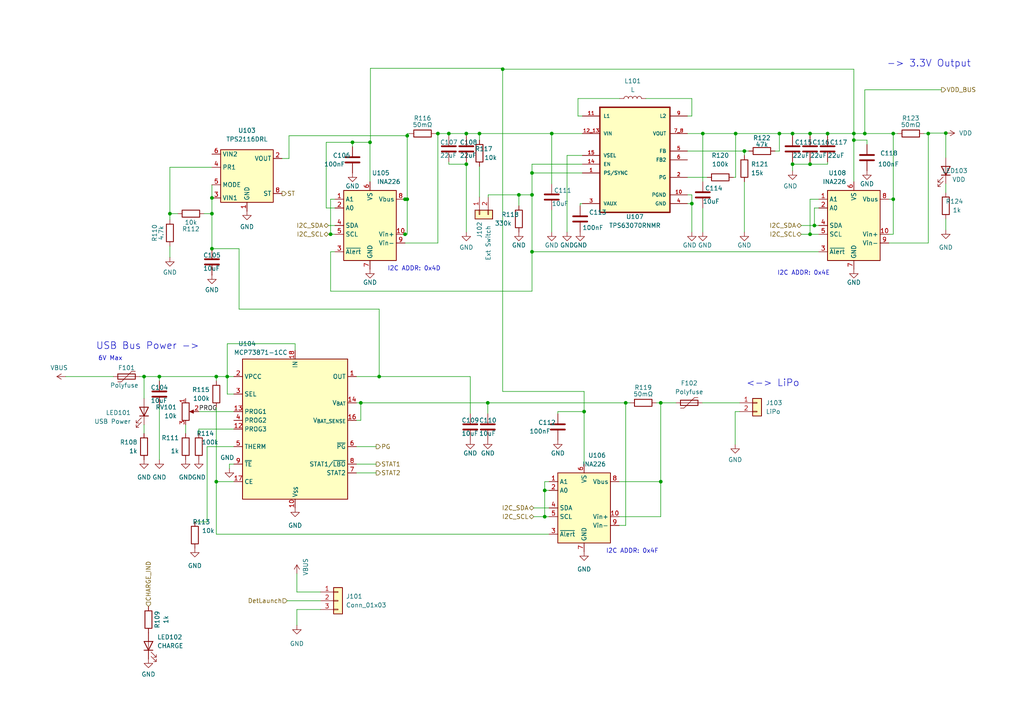
<source format=kicad_sch>
(kicad_sch (version 20231120) (generator "eeschema") (generator_version "8.0")
  (paper "A4")
  (lib_symbols
    (symbol "Battery_Management:MCP73871-1CC"
      (property "Reference" "U" (at -7.62 24.13 0))
      (property "Value" "MCP73871-1CC" (at -15.24 21.59 0))
      (symbol "MCP73871-1CC_0_1"
        (rectangle (start -15.24 20.32) (end 15.24 -20.32) (stroke (width 0.254)) (fill (type background)))
      )
      (symbol "MCP73871-1CC_1_1"
        (pin power_out line (at 17.78 15.24 180) (length 2.54) (name "OUT") (number "1"))
        (pin power_in line (at 0 -22.86 90) (length 2.54) (name "V_{SS}") (number "10"))
        (pin passive line (at 0 -22.86 90) (length 2.54) hide (name "V_{SS}") (number "11"))
        (pin bidirectional line (at -17.78 0 0) (length 2.54) (name "PROG3") (number "12"))
        (pin bidirectional line (at -17.78 5.08 0) (length 2.54) (name "PROG1") (number "13"))
        (pin power_out line (at 17.78 7.62 180) (length 2.54) (name "V_{BAT}") (number "14"))
        (pin passive line (at 17.78 7.62 180) (length 2.54) hide (name "V_{BAT}") (number "15"))
        (pin input line (at 17.78 2.54 180) (length 2.54) (name "V_{BAT_SENSE}") (number "16"))
        (pin input line (at -17.78 -15.24 0) (length 2.54) (name "CE") (number "17"))
        (pin power_in line (at 0 22.86 270) (length 2.54) (name "IN") (number "18"))
        (pin passive line (at 0 22.86 270) (length 2.54) hide (name "IN") (number "19"))
        (pin input line (at -17.78 15.24 0) (length 2.54) (name "VPCC") (number "2"))
        (pin passive line (at 17.78 15.24 180) (length 2.54) hide (name "OUT") (number "20"))
        (pin passive line (at 0 -22.86 90) (length 2.54) hide (name "V_{SS}") (number "21"))
        (pin input line (at -17.78 10.16 0) (length 2.54) (name "SEL") (number "3"))
        (pin input line (at -17.78 2.54 0) (length 2.54) (name "PROG2") (number "4"))
        (pin bidirectional line (at -17.78 -5.08 0) (length 2.54) (name "THERM") (number "5"))
        (pin open_collector line (at 17.78 -5.08 180) (length 2.54) (name "~{PG}") (number "6"))
        (pin open_collector line (at 17.78 -12.7 180) (length 2.54) (name "STAT2") (number "7"))
        (pin open_collector line (at 17.78 -10.16 180) (length 2.54) (name "STAT1/~{LBO}") (number "8"))
        (pin input line (at -17.78 -10.16 0) (length 2.54) (name "~{TE}") (number "9"))
      )
    )
    (symbol "Connector_Generic:Conn_01x02" (pin_names (offset 1.016) hide)
      (property "Reference" "J" (at 0 2.54 0))
      (property "Value" "Conn_01x02" (at 0 -5.08 0))
      (symbol "Conn_01x02_1_1"
        (rectangle (start -1.27 -2.413) (end 0 -2.667) (stroke (width 0.1524)))
        (rectangle (start -1.27 0.127) (end 0 -0.127) (stroke (width 0.1524)))
        (rectangle (start -1.27 1.27) (end 1.27 -3.81) (stroke (width 0.254)) (fill (type background)))
        (pin passive line (at -5.08 0 0) (length 3.81) (name "Pin_1") (number "1"))
        (pin passive line (at -5.08 -2.54 0) (length 3.81) (name "Pin_2") (number "2"))
      )
    )
    (symbol "Connector_Generic:Conn_01x03" (pin_names (offset 1.016) hide)
      (property "Reference" "J" (at 0 5.08 0))
      (property "Value" "Conn_01x03" (at 0 -5.08 0))
      (symbol "Conn_01x03_1_1"
        (rectangle (start -1.27 -2.413) (end 0 -2.667) (stroke (width 0.1524)))
        (rectangle (start -1.27 0.127) (end 0 -0.127) (stroke (width 0.1524)))
        (rectangle (start -1.27 2.667) (end 0 2.413) (stroke (width 0.1524)))
        (rectangle (start -1.27 3.81) (end 1.27 -3.81) (stroke (width 0.254)) (fill (type background)))
        (pin passive line (at -5.08 2.54 0) (length 3.81) (name "Pin_1") (number "1"))
        (pin passive line (at -5.08 0 0) (length 3.81) (name "Pin_2") (number "2"))
        (pin passive line (at -5.08 -2.54 0) (length 3.81) (name "Pin_3") (number "3"))
      )
    )
    (symbol "Device:C" (pin_numbers hide) (pin_names (offset 0.254))
      (property "Reference" "C" (at 0.635 2.54 0))
      (property "Value" "C" (at 0.635 -2.54 0))
      (symbol "C_0_1"
        (polyline (pts (xy -2.032 -0.762) (xy 2.032 -0.762)) (stroke (width 0.508)))
        (polyline (pts (xy -2.032 0.762) (xy 2.032 0.762)) (stroke (width 0.508)))
      )
      (symbol "C_1_1"
        (pin passive line (at 0 3.81 270) (length 2.794) (name "~") (number "1"))
        (pin passive line (at 0 -3.81 90) (length 2.794) (name "~") (number "2"))
      )
    )
    (symbol "Device:L" (pin_numbers hide) (pin_names (offset 1.016) hide)
      (property "Reference" "L" (at -1.27 0 90))
      (property "Value" "L" (at 1.905 0 90))
      (symbol "L_0_1"
        (arc (start 0 -2.54) (mid 0.6323 -1.905) (end 0 -1.27))
        (arc (start 0 -1.27) (mid 0.6323 -0.635) (end 0 0))
        (arc (start 0 0) (mid 0.6323 0.635) (end 0 1.27))
        (arc (start 0 1.27) (mid 0.6323 1.905) (end 0 2.54))
      )
      (symbol "L_1_1"
        (pin passive line (at 0 3.81 270) (length 1.27) (name "1") (number "1"))
        (pin passive line (at 0 -3.81 90) (length 1.27) (name "2") (number "2"))
      )
    )
    (symbol "Device:LED" (pin_numbers hide) (pin_names (offset 1.016) hide)
      (property "Reference" "D" (at 0 2.54 0))
      (property "Value" "LED" (at 0 -2.54 0))
      (symbol "LED_0_1"
        (polyline (pts (xy -1.27 -1.27) (xy -1.27 1.27)) (stroke (width 0.254)))
        (polyline (pts (xy -1.27 0) (xy 1.27 0)))
        (polyline (pts (xy 1.27 -1.27) (xy 1.27 1.27) (xy -1.27 0) (xy 1.27 -1.27)) (stroke (width 0.254)))
        (polyline (pts (xy -3.048 -0.762) (xy -4.572 -2.286) (xy -3.81 -2.286) (xy -4.572 -2.286) (xy -4.572 -1.524)))
        (polyline (pts (xy -1.778 -0.762) (xy -3.302 -2.286) (xy -2.54 -2.286) (xy -3.302 -2.286) (xy -3.302 -1.524)))
      )
      (symbol "LED_1_1"
        (pin passive line (at -3.81 0 0) (length 2.54) (name "K") (number "1"))
        (pin passive line (at 3.81 0 180) (length 2.54) (name "A") (number "2"))
      )
    )
    (symbol "Device:Polyfuse" (pin_numbers hide) (pin_names (offset 0))
      (property "Reference" "F" (at -2.54 0 90))
      (property "Value" "Polyfuse" (at 2.54 0 90))
      (symbol "Polyfuse_0_1"
        (rectangle (start -0.762 2.54) (end 0.762 -2.54) (stroke (width 0.254)))
        (polyline (pts (xy 0 2.54) (xy 0 -2.54)))
        (polyline (pts (xy -1.524 2.54) (xy -1.524 1.524) (xy 1.524 -1.524) (xy 1.524 -2.54)))
      )
      (symbol "Polyfuse_1_1"
        (pin passive line (at 0 3.81 270) (length 1.27) (name "~") (number "1"))
        (pin passive line (at 0 -3.81 90) (length 1.27) (name "~") (number "2"))
      )
    )
    (symbol "Device:R" (pin_numbers hide) (pin_names (offset 0))
      (property "Reference" "R" (at 2.032 0 90))
      (property "Value" "R" (at 0 0 90))
      (symbol "R_0_1"
        (rectangle (start -1.016 -2.54) (end 1.016 2.54) (stroke (width 0.254)))
      )
      (symbol "R_1_1"
        (pin passive line (at 0 3.81 270) (length 1.27) (name "~") (number "1"))
        (pin passive line (at 0 -3.81 90) (length 1.27) (name "~") (number "2"))
      )
    )
    (symbol "Device:R_Potentiometer" (pin_names (offset 1.016) hide)
      (property "Reference" "RV" (at -4.445 0 90))
      (property "Value" "R_Potentiometer" (at -2.54 0 90))
      (symbol "R_Potentiometer_0_1"
        (polyline (pts (xy 2.54 0) (xy 1.524 0)))
        (polyline (pts (xy 1.143 0) (xy 2.286 0.508) (xy 2.286 -0.508) (xy 1.143 0)) (fill (type outline)))
        (rectangle (start 1.016 2.54) (end -1.016 -2.54) (stroke (width 0.254)))
      )
      (symbol "R_Potentiometer_1_1"
        (pin passive line (at 0 3.81 270) (length 1.27) (name "1") (number "1"))
        (pin passive line (at 3.81 0 180) (length 1.27) (name "2") (number "2"))
        (pin passive line (at 0 -3.81 90) (length 1.27) (name "3") (number "3"))
      )
    )
    (symbol "GND_1" (power) (pin_numbers hide) (pin_names (offset 0) hide)
      (property "Value" "GND" (at 0 -3.81 0))
      (symbol "GND_1_0_1"
        (polyline (pts (xy 0 0) (xy 0 -1.27) (xy 1.27 -1.27) (xy 0 -2.54) (xy -1.27 -1.27) (xy 0 -1.27)))
      )
      (symbol "GND_1_1_1"
        (pin power_in line (at 0 0 270) (length 0) (name "~") (number "1"))
      )
    )
    (symbol "GND_2" (power) (pin_numbers hide) (pin_names (offset 0) hide)
      (property "Value" "GND" (at 0 -3.81 0))
      (symbol "GND_2_0_1"
        (polyline (pts (xy 0 0) (xy 0 -1.27) (xy 1.27 -1.27) (xy 0 -2.54) (xy -1.27 -1.27) (xy 0 -1.27)))
      )
      (symbol "GND_2_1_1"
        (pin power_in line (at 0 0 270) (length 0) (name "~") (number "1"))
      )
    )
    (symbol "GND_3" (power) (pin_numbers hide) (pin_names (offset 0) hide)
      (property "Value" "GND" (at 0 -3.81 0))
      (symbol "GND_3_0_1"
        (polyline (pts (xy 0 0) (xy 0 -1.27) (xy 1.27 -1.27) (xy 0 -2.54) (xy -1.27 -1.27) (xy 0 -1.27)))
      )
      (symbol "GND_3_1_1"
        (pin power_in line (at 0 0 270) (length 0) (name "~") (number "1"))
      )
    )
    (symbol "Power_Management:TPS2116DRL"
      (property "Reference" "U306" (at 0 13.208 0))
      (property "Value" "TPS2116DRL" (at 0 10.668 0))
      (symbol "TPS2116DRL_0_1"
        (rectangle (start -7.62 7.62) (end 7.62 -7.62) (stroke (width 0.254)) (fill (type background)))
      )
      (symbol "TPS2116DRL_1_0"
        (pin power_out line (at 10.16 5.08 180) (length 2.54) hide (name "VOUT") (number "7"))
      )
      (symbol "TPS2116DRL_1_1"
        (pin power_in line (at 0 -10.16 90) (length 2.54) (name "GND") (number "1"))
        (pin power_out line (at 10.16 5.08 180) (length 2.54) (name "VOUT") (number "2"))
        (pin power_in line (at -10.16 -6.35 0) (length 2.54) (name "VIN1") (number "3"))
        (pin input line (at -10.16 2.54 0) (length 2.54) (name "PR1") (number "4"))
        (pin input line (at -10.16 -2.54 0) (length 2.54) (name "MODE") (number "5"))
        (pin power_in line (at -10.16 6.35 0) (length 2.54) (name "VIN2") (number "6"))
        (pin open_collector line (at 10.16 -5.08 180) (length 2.54) (name "ST") (number "8"))
      )
    )
    (symbol "Sensor_Energy:INA226"
      (property "Reference" "U" (at -6.35 11.43 0))
      (property "Value" "INA226" (at 3.81 11.43 0))
      (symbol "INA226_0_1"
        (rectangle (start 7.62 10.16) (end -7.62 -10.16) (stroke (width 0.254)) (fill (type background)))
      )
      (symbol "INA226_1_1"
        (pin input line (at 10.16 7.62 180) (length 2.54) (name "A1") (number "1"))
        (pin input line (at -10.16 -2.54 0) (length 2.54) (name "Vin+") (number "10"))
        (pin input line (at 10.16 5.08 180) (length 2.54) (name "A0") (number "2"))
        (pin open_collector line (at 10.16 -7.62 180) (length 2.54) (name "~{Alert}") (number "3"))
        (pin bidirectional line (at 10.16 0 180) (length 2.54) (name "SDA") (number "4"))
        (pin input line (at 10.16 -2.54 180) (length 2.54) (name "SCL") (number "5"))
        (pin power_in line (at 0 12.7 270) (length 2.54) (name "VS") (number "6"))
        (pin power_in line (at 0 -12.7 90) (length 2.54) (name "GND") (number "7"))
        (pin input line (at -10.16 7.62 0) (length 2.54) (name "Vbus") (number "8"))
        (pin input line (at -10.16 -5.08 0) (length 2.54) (name "Vin-") (number "9"))
      )
    )
    (symbol "WOBCLibrary:TPS63070RNMR" (pin_names (offset 1.016))
      (property "Reference" "U" (at -12.7 29.21 0))
      (property "Value" "TPS63070RNMR" (at -12.7 -19.24 0))
      (symbol "TPS63070RNMR_0_0"
        (rectangle (start -10.16 15.24) (end 10.16 -15.24) (stroke (width 0.41)) (fill (type background)))
        (pin input line (at -15.24 -3.81 0) (length 5.08) (name "PS/SYNC") (number "1"))
        (pin power_in line (at 15.24 -10.16 180) (length 5.08) (name "PGND") (number "10"))
        (pin bidirectional line (at -15.24 12.7 0) (length 5.08) (name "L1") (number "11"))
        (pin input line (at -15.24 7.62 0) (length 5.08) (name "VIN") (number "12_13"))
        (pin input line (at -15.24 -1.27 0) (length 5.08) (name "EN") (number "14"))
        (pin input line (at -15.24 1.27 0) (length 5.08) (name "VSEL") (number "15"))
        (pin output line (at 15.24 -5.08 180) (length 5.08) (name "PG") (number "2"))
        (pin output line (at -15.24 -12.7 0) (length 5.08) (name "VAUX") (number "3"))
        (pin power_in line (at 15.24 -12.7 180) (length 5.08) (name "GND") (number "4"))
        (pin input line (at 15.24 2.54 180) (length 5.08) (name "FB") (number "5"))
        (pin output line (at 15.24 0 180) (length 5.08) (name "FB2") (number "6"))
        (pin output line (at 15.24 7.62 180) (length 5.08) (name "VOUT") (number "7_8"))
        (pin bidirectional line (at 15.24 12.7 180) (length 5.08) (name "L2") (number "9"))
      )
    )
    (symbol "power:GND" (power) (pin_names (offset 0))
      (property "Value" "GND" (at 0 -3.81 0))
      (symbol "GND_0_1"
        (polyline (pts (xy 0 0) (xy 0 -1.27) (xy 1.27 -1.27) (xy 0 -2.54) (xy -1.27 -1.27) (xy 0 -1.27)))
      )
      (symbol "GND_1_1"
        (pin power_in line (at 0 0 270) (length 0) hide (name "GND") (number "1"))
      )
    )
    (symbol "power:VBUS" (power) (pin_names (offset 0))
      (property "Value" "VBUS" (at 0 3.81 0))
      (symbol "VBUS_0_1"
        (polyline (pts (xy -0.762 1.27) (xy 0 2.54)))
        (polyline (pts (xy 0 0) (xy 0 2.54)))
        (polyline (pts (xy 0 2.54) (xy 0.762 1.27)))
      )
      (symbol "VBUS_1_1"
        (pin power_in line (at 0 0 90) (length 0) hide (name "VBUS") (number "1"))
      )
    )
    (symbol "power:VDD" (power) (pin_names (offset 0))
      (property "Value" "VDD" (at 0 3.81 0))
      (symbol "VDD_0_1"
        (polyline (pts (xy -0.762 1.27) (xy 0 2.54)))
        (polyline (pts (xy 0 0) (xy 0 2.54)))
        (polyline (pts (xy 0 2.54) (xy 0.762 1.27)))
      )
      (symbol "VDD_1_1"
        (pin power_in line (at 0 0 90) (length 0) hide (name "VDD") (number "1"))
      )
    )
  )
  (junction (at 169.418 119.38))
  (junction (at 229.87 47.625))
  (junction (at 269.24 38.735))
  (junction (at 135.255 38.735))
  (junction (at 157.988 142.24))
  (junction (at 127 38.735))
  (junction (at 145.796 20.066))
  (junction (at 160.02 38.735))
  (junction (at 157.988 149.86))
  (junction (at 229.87 38.735))
  (junction (at 109.982 109.22))
  (junction (at 234.95 47.625))
  (junction (at 247.65 40.64))
  (junction (at 61.468 57.404))
  (junction (at 65.913 109.22))
  (junction (at 62.738 109.22))
  (junction (at 236.22 65.405))
  (junction (at 247.65 38.735))
  (junction (at 234.95 67.945))
  (junction (at 62.738 139.7))
  (junction (at 154.305 50.165))
  (junction (at 141.478 116.84))
  (junction (at 104.648 116.84))
  (junction (at 95.885 67.945))
  (junction (at 250.825 38.735))
  (junction (at 139.065 38.735))
  (junction (at 61.468 72.136))
  (junction (at 215.9 43.815))
  (junction (at 107.315 41.275))
  (junction (at 259.08 57.785))
  (junction (at 49.276 61.976))
  (junction (at 226.06 38.735))
  (junction (at 274.32 38.608))
  (junction (at 41.783 109.22))
  (junction (at 203.835 38.735))
  (junction (at 118.11 57.785))
  (junction (at 61.468 61.976))
  (junction (at 117.475 67.945))
  (junction (at 135.255 47.625))
  (junction (at 234.95 38.735))
  (junction (at 117.475 57.785))
  (junction (at 46.228 109.22))
  (junction (at 130.175 38.735))
  (junction (at 118.11 39.37))
  (junction (at 191.643 139.7))
  (junction (at 154.305 56.515))
  (junction (at 181.483 116.84))
  (junction (at 259.08 38.735))
  (junction (at 213.36 38.735))
  (junction (at 240.03 38.735))
  (junction (at 150.495 56.515))
  (junction (at 200.66 59.055))
  (junction (at 102.235 41.275))
  (junction (at 191.643 116.84))
  (junction (at 154.305 73.025))
  (wire (pts (xy 179.578 149.86) (xy 191.643 149.86)))
  (wire (pts (xy 94.615 41.275) (xy 102.235 41.275)))
  (wire (pts (xy 95.885 73.025) (xy 95.885 84.455)))
  (wire (pts (xy 53.848 125.73) (xy 53.848 123.19)))
  (wire (pts (xy 179.578 152.4) (xy 181.483 152.4)))
  (wire (pts (xy 257.81 57.785) (xy 259.08 57.785)))
  (wire (pts (xy 181.483 116.84) (xy 181.483 152.4)))
  (wire (pts (xy 86.106 166.37) (xy 86.106 171.704)))
  (wire (pts (xy 247.65 20.066) (xy 247.65 38.735)))
  (wire (pts (xy 46.228 109.22) (xy 46.228 110.49)))
  (wire (pts (xy 46.228 109.22) (xy 62.738 109.22)))
  (wire (pts (xy 257.81 67.945) (xy 259.08 67.945)))
  (wire (pts (xy 83.82 39.37) (xy 83.82 45.974)))
  (wire (pts (xy 274.32 66.675) (xy 274.32 63.5)))
  (wire (pts (xy 200.66 56.515) (xy 200.66 59.055)))
  (wire (pts (xy 97.155 60.325) (xy 94.615 60.325)))
  (wire (pts (xy 56.515 151.384) (xy 60.071 151.384)))
  (wire (pts (xy 102.235 41.275) (xy 107.315 41.275)))
  (wire (pts (xy 240.03 47.625) (xy 234.95 47.625)))
  (wire (pts (xy 19.05 109.22) (xy 32.893 109.22)))
  (wire (pts (xy 94.615 60.325) (xy 94.615 41.275)))
  (wire (pts (xy 102.235 42.545) (xy 102.235 41.275)))
  (wire (pts (xy 103.378 121.92) (xy 104.648 121.92)))
  (wire (pts (xy 200.66 59.055) (xy 200.66 67.31)))
  (wire (pts (xy 157.988 142.24) (xy 157.988 149.86)))
  (wire (pts (xy 200.66 59.055) (xy 199.39 59.055)))
  (wire (pts (xy 107.442 19.812) (xy 107.442 41.148)))
  (wire (pts (xy 169.418 119.38) (xy 169.418 134.62)))
  (wire (pts (xy 226.06 43.815) (xy 226.06 38.735)))
  (wire (pts (xy 229.87 38.735) (xy 234.95 38.735)))
  (wire (pts (xy 97.155 73.025) (xy 95.885 73.025)))
  (wire (pts (xy 117.475 67.945) (xy 118.11 67.945)))
  (wire (pts (xy 139.065 38.735) (xy 160.02 38.735)))
  (wire (pts (xy 154.305 56.515) (xy 154.305 73.025)))
  (wire (pts (xy 66.548 135.89) (xy 66.548 134.62)))
  (wire (pts (xy 83.82 45.974) (xy 81.788 45.974)))
  (wire (pts (xy 103.378 134.62) (xy 109.093 134.62)))
  (wire (pts (xy 259.08 38.735) (xy 260.35 38.735)))
  (wire (pts (xy 92.964 176.784) (xy 86.106 176.784)))
  (wire (pts (xy 200.66 28.575) (xy 200.66 33.655)))
  (wire (pts (xy 226.06 38.735) (xy 229.87 38.735)))
  (wire (pts (xy 159.258 142.24) (xy 157.988 142.24)))
  (wire (pts (xy 234.95 38.735) (xy 234.95 39.37)))
  (wire (pts (xy 199.39 38.735) (xy 203.835 38.735)))
  (wire (pts (xy 85.598 99.695) (xy 65.913 99.695)))
  (wire (pts (xy 145.796 20.066) (xy 247.65 20.066)))
  (wire (pts (xy 157.988 149.86) (xy 159.258 149.86)))
  (wire (pts (xy 200.66 33.655) (xy 199.39 33.655)))
  (wire (pts (xy 136.398 109.22) (xy 136.398 120.015)))
  (wire (pts (xy 41.783 109.22) (xy 41.783 115.57)))
  (wire (pts (xy 130.175 46.99) (xy 130.175 47.625)))
  (wire (pts (xy 126.365 38.735) (xy 127 38.735)))
  (wire (pts (xy 49.276 71.374) (xy 49.276 74.676)))
  (wire (pts (xy 247.65 38.735) (xy 247.65 40.64)))
  (wire (pts (xy 179.578 139.7) (xy 191.643 139.7)))
  (wire (pts (xy 135.255 47.625) (xy 135.255 67.31)))
  (wire (pts (xy 240.03 46.99) (xy 240.03 47.625)))
  (wire (pts (xy 269.24 38.608) (xy 274.32 38.608)))
  (wire (pts (xy 267.97 38.735) (xy 269.24 38.735)))
  (wire (pts (xy 60.071 129.54) (xy 67.818 129.54)))
  (wire (pts (xy 65.913 99.695) (xy 65.913 109.22)))
  (wire (pts (xy 104.648 116.84) (xy 141.478 116.84)))
  (wire (pts (xy 65.913 109.22) (xy 67.818 109.22)))
  (wire (pts (xy 135.255 46.99) (xy 135.255 47.625)))
  (wire (pts (xy 213.233 119.38) (xy 214.503 119.38)))
  (wire (pts (xy 160.02 60.96) (xy 160.02 67.31)))
  (wire (pts (xy 232.41 65.405) (xy 236.22 65.405)))
  (wire (pts (xy 213.36 38.735) (xy 226.06 38.735)))
  (wire (pts (xy 141.478 116.84) (xy 181.483 116.84)))
  (wire (pts (xy 269.24 38.608) (xy 269.24 38.735)))
  (wire (pts (xy 57.658 124.46) (xy 67.818 124.46)))
  (wire (pts (xy 179.705 28.575) (xy 167.64 28.575)))
  (wire (pts (xy 191.643 116.84) (xy 196.088 116.84)))
  (wire (pts (xy 61.468 61.976) (xy 61.468 57.404)))
  (wire (pts (xy 59.182 61.976) (xy 61.468 61.976)))
  (wire (pts (xy 62.738 139.7) (xy 62.738 154.94)))
  (wire (pts (xy 215.9 52.705) (xy 215.9 67.31)))
  (wire (pts (xy 259.08 38.735) (xy 250.825 38.735)))
  (wire (pts (xy 234.95 38.735) (xy 240.03 38.735)))
  (wire (pts (xy 97.155 57.785) (xy 95.885 57.785)))
  (wire (pts (xy 259.08 67.945) (xy 259.08 57.785)))
  (wire (pts (xy 66.548 134.62) (xy 67.818 134.62)))
  (wire (pts (xy 141.605 56.515) (xy 150.495 56.515)))
  (wire (pts (xy 109.982 109.22) (xy 136.398 109.22)))
  (wire (pts (xy 62.738 109.22) (xy 62.738 110.49)))
  (wire (pts (xy 234.95 57.785) (xy 237.49 57.785)))
  (wire (pts (xy 203.835 67.31) (xy 203.835 60.325)))
  (wire (pts (xy 116.84 57.785) (xy 117.475 57.785)))
  (wire (pts (xy 190.373 116.84) (xy 191.643 116.84)))
  (wire (pts (xy 232.41 67.945) (xy 234.95 67.945)))
  (wire (pts (xy 130.175 47.625) (xy 135.255 47.625)))
  (wire (pts (xy 83.82 39.37) (xy 118.11 39.37)))
  (wire (pts (xy 212.725 51.435) (xy 213.36 51.435)))
  (wire (pts (xy 107.315 41.275) (xy 107.315 52.705)))
  (wire (pts (xy 62.738 109.22) (xy 65.913 109.22)))
  (wire (pts (xy 107.315 41.148) (xy 107.315 41.275)))
  (wire (pts (xy 157.988 142.24) (xy 157.988 139.7)))
  (wire (pts (xy 247.65 40.64) (xy 247.65 52.705)))
  (wire (pts (xy 118.11 38.735) (xy 118.11 39.37)))
  (wire (pts (xy 145.796 113.538) (xy 169.418 113.538)))
  (wire (pts (xy 116.84 67.945) (xy 117.475 67.945)))
  (wire (pts (xy 215.9 45.085) (xy 215.9 43.815)))
  (wire (pts (xy 168.91 45.085) (xy 164.465 45.085)))
  (wire (pts (xy 229.87 47.625) (xy 229.87 46.99)))
  (wire (pts (xy 83.312 174.244) (xy 92.964 174.244)))
  (wire (pts (xy 269.24 70.485) (xy 269.24 38.735)))
  (wire (pts (xy 236.22 60.325) (xy 236.22 65.405)))
  (wire (pts (xy 95.885 67.945) (xy 97.155 67.945)))
  (wire (pts (xy 191.643 149.86) (xy 191.643 139.7)))
  (wire (pts (xy 107.442 41.148) (xy 107.315 41.148)))
  (wire (pts (xy 145.796 20.066) (xy 145.796 113.538)))
  (wire (pts (xy 257.81 70.485) (xy 269.24 70.485)))
  (wire (pts (xy 168.91 50.165) (xy 154.305 50.165)))
  (wire (pts (xy 251.46 40.64) (xy 247.65 40.64)))
  (wire (pts (xy 62.738 118.11) (xy 62.738 139.7)))
  (wire (pts (xy 154.305 73.025) (xy 237.49 73.025)))
  (wire (pts (xy 167.64 28.575) (xy 167.64 33.655)))
  (wire (pts (xy 234.95 47.625) (xy 229.87 47.625)))
  (wire (pts (xy 95.25 67.945) (xy 95.885 67.945)))
  (wire (pts (xy 167.64 33.655) (xy 168.91 33.655)))
  (wire (pts (xy 250.825 26.035) (xy 250.825 38.735)))
  (wire (pts (xy 69.342 72.136) (xy 61.468 72.136)))
  (wire (pts (xy 49.276 61.976) (xy 51.562 61.976)))
  (wire (pts (xy 141.478 116.84) (xy 141.478 120.015)))
  (wire (pts (xy 46.228 118.11) (xy 46.228 133.35)))
  (wire (pts (xy 168.275 59.055) (xy 168.91 59.055)))
  (wire (pts (xy 67.818 139.7) (xy 62.738 139.7)))
  (wire (pts (xy 161.798 120.015) (xy 161.798 119.38)))
  (wire (pts (xy 127 70.485) (xy 127 38.735)))
  (wire (pts (xy 107.442 19.812) (xy 145.796 19.812)))
  (wire (pts (xy 135.255 38.735) (xy 139.065 38.735)))
  (wire (pts (xy 169.418 113.538) (xy 169.418 119.38)))
  (wire (pts (xy 154.305 50.165) (xy 154.305 56.515)))
  (wire (pts (xy 154.813 147.32) (xy 159.258 147.32)))
  (wire (pts (xy 274.32 55.88) (xy 274.32 53.34)))
  (wire (pts (xy 41.783 125.73) (xy 41.783 123.19)))
  (wire (pts (xy 203.835 38.735) (xy 213.36 38.735)))
  (wire (pts (xy 104.648 121.92) (xy 104.648 116.84)))
  (wire (pts (xy 234.95 46.99) (xy 234.95 47.625)))
  (wire (pts (xy 154.813 149.86) (xy 157.988 149.86)))
  (wire (pts (xy 141.605 57.15) (xy 141.605 56.515)))
  (wire (pts (xy 103.378 109.22) (xy 109.982 109.22)))
  (wire (pts (xy 49.276 48.514) (xy 49.276 61.976)))
  (wire (pts (xy 215.9 43.815) (xy 217.17 43.815)))
  (wire (pts (xy 49.276 61.976) (xy 49.276 63.754)))
  (wire (pts (xy 191.643 139.7) (xy 191.643 116.84)))
  (wire (pts (xy 69.342 72.136) (xy 69.342 89.662)))
  (wire (pts (xy 95.885 84.455) (xy 154.305 84.455)))
  (wire (pts (xy 203.835 38.735) (xy 203.835 52.705)))
  (wire (pts (xy 274.32 38.608) (xy 274.32 45.72)))
  (wire (pts (xy 109.093 137.16) (xy 103.378 137.16)))
  (wire (pts (xy 259.08 57.785) (xy 259.08 38.735)))
  (wire (pts (xy 154.305 47.625) (xy 168.91 47.625)))
  (wire (pts (xy 160.02 38.735) (xy 168.91 38.735)))
  (wire (pts (xy 130.175 38.735) (xy 135.255 38.735)))
  (wire (pts (xy 234.95 57.785) (xy 234.95 67.945)))
  (wire (pts (xy 237.49 60.325) (xy 236.22 60.325)))
  (wire (pts (xy 61.468 48.514) (xy 49.276 48.514)))
  (wire (pts (xy 117.475 57.785) (xy 118.11 57.785)))
  (wire (pts (xy 95.885 57.785) (xy 95.885 67.945)))
  (wire (pts (xy 157.988 139.7) (xy 159.258 139.7)))
  (wire (pts (xy 41.783 109.22) (xy 46.228 109.22)))
  (wire (pts (xy 150.495 56.515) (xy 150.495 59.69)))
  (wire (pts (xy 168.275 59.69) (xy 168.275 59.055)))
  (wire (pts (xy 161.798 119.38) (xy 169.418 119.38)))
  (wire (pts (xy 145.796 19.812) (xy 145.796 20.066)))
  (wire (pts (xy 118.11 39.37) (xy 118.11 57.785)))
  (wire (pts (xy 213.36 51.435) (xy 213.36 38.735)))
  (wire (pts (xy 118.11 38.735) (xy 118.745 38.735)))
  (wire (pts (xy 135.255 38.735) (xy 135.255 39.37)))
  (wire (pts (xy 103.378 129.54) (xy 109.093 129.54)))
  (wire (pts (xy 109.982 89.662) (xy 109.982 109.22)))
  (wire (pts (xy 117.475 70.485) (xy 127 70.485)))
  (wire (pts (xy 199.39 43.815) (xy 215.9 43.815)))
  (wire (pts (xy 57.658 119.38) (xy 67.818 119.38)))
  (wire (pts (xy 229.87 47.625) (xy 229.87 49.53)))
  (wire (pts (xy 60.071 129.54) (xy 60.071 151.384)))
  (wire (pts (xy 154.305 47.625) (xy 154.305 50.165)))
  (wire (pts (xy 205.105 51.435) (xy 199.39 51.435)))
  (wire (pts (xy 62.738 154.94) (xy 159.258 154.94)))
  (wire (pts (xy 154.305 84.455) (xy 154.305 73.025)))
  (wire (pts (xy 69.342 89.662) (xy 109.982 89.662)))
  (wire (pts (xy 240.03 38.735) (xy 240.03 39.37)))
  (wire (pts (xy 150.495 56.515) (xy 154.305 56.515)))
  (wire (pts (xy 187.325 28.575) (xy 200.66 28.575)))
  (wire (pts (xy 236.22 65.405) (xy 237.49 65.405)))
  (wire (pts (xy 127 38.735) (xy 130.175 38.735)))
  (wire (pts (xy 40.513 109.22) (xy 41.783 109.22)))
  (wire (pts (xy 199.39 56.515) (xy 200.66 56.515)))
  (wire (pts (xy 61.468 61.976) (xy 61.468 72.136)))
  (wire (pts (xy 130.175 38.735) (xy 130.175 39.37)))
  (wire (pts (xy 160.02 53.34) (xy 160.02 38.735)))
  (wire (pts (xy 65.913 114.3) (xy 65.913 109.22)))
  (wire (pts (xy 118.11 67.945) (xy 118.11 57.785)))
  (wire (pts (xy 224.79 43.815) (xy 226.06 43.815)))
  (wire (pts (xy 61.468 53.594) (xy 61.468 57.404)))
  (wire (pts (xy 181.483 116.84) (xy 182.753 116.84)))
  (wire (pts (xy 164.465 45.085) (xy 164.465 67.31)))
  (wire (pts (xy 139.065 38.735) (xy 139.065 40.64)))
  (wire (pts (xy 203.708 116.84) (xy 214.503 116.84)))
  (wire (pts (xy 103.378 116.84) (xy 104.648 116.84)))
  (wire (pts (xy 92.964 171.704) (xy 86.106 171.704)))
  (wire (pts (xy 86.106 176.784) (xy 86.106 181.356)))
  (wire (pts (xy 273.05 26.035) (xy 250.825 26.035)))
  (wire (pts (xy 139.065 48.26) (xy 139.065 57.15)))
  (wire (pts (xy 234.95 67.945) (xy 237.49 67.945)))
  (wire (pts (xy 213.233 128.905) (xy 213.233 119.38)))
  (wire (pts (xy 57.658 125.73) (xy 57.658 124.46)))
  (wire (pts (xy 85.598 99.695) (xy 85.598 101.6)))
  (wire (pts (xy 247.65 38.735) (xy 250.825 38.735)))
  (wire (pts (xy 67.818 114.3) (xy 65.913 114.3)))
  (wire (pts (xy 95.25 65.405) (xy 97.155 65.405)))
  (wire (pts (xy 240.03 38.735) (xy 247.65 38.735)))
  (wire (pts (xy 229.87 38.735) (xy 229.87 39.37)))
  (wire (pts (xy 251.46 41.91) (xy 251.46 40.64)))
  (text "USB Bus Power ->" (at 27.813 101.6 0) (effects (font (size 2 2)) (justify left bottom)))
  (text "6V Max" (at 28.448 104.775 0) (effects (font (size 1.27 1.27)) (justify left bottom)))
  (text "I2C ADDR: 0x4E" (at 225.425 80.01 0) (effects (font (size 1.27 1.27)) (justify left bottom)))
  (text "I2C ADDR: 0x4F" (at 175.768 160.655 0) (effects (font (size 1.27 1.27)) (justify left bottom)))
  (text "I2C ADDR: 0x4D" (at 112.395 78.74 0) (effects (font (size 1.27 1.27)) (justify left bottom)))
  (text "-> 3.3V Output" (at 257.175 19.685 0) (effects (font (size 2 2)) (justify left bottom)))
  (text "<-> LiPo" (at 216.408 112.395 0) (effects (font (size 2 2)) (justify left bottom)))
  (label "PROG" (at 57.658 119.38 0))
  (hierarchical_label "PG" (shape output) (at 109.093 129.54 0))
  (hierarchical_label "I2C_SCL" (shape bidirectional) (at 154.813 149.86 180))
  (hierarchical_label "I2C_SDA" (shape bidirectional) (at 154.813 147.32 180))
  (hierarchical_label "CHARGE_IND" (shape input) (at 43.053 175.895 90))
  (hierarchical_label "VDD_BUS" (shape output) (at 273.05 26.035 0))
  (hierarchical_label "STAT2" (shape output) (at 109.093 137.16 0))
  (hierarchical_label "DetLaunch" (shape input) (at 83.312 174.244 180))
  (hierarchical_label "I2C_SCL" (shape bidirectional) (at 95.25 67.945 180))
  (hierarchical_label "ST" (shape output) (at 81.788 56.134 0))
  (hierarchical_label "I2C_SDA" (shape bidirectional) (at 232.41 65.405 180))
  (hierarchical_label "I2C_SCL" (shape bidirectional) (at 232.41 67.945 180))
  (hierarchical_label "STAT1" (shape output) (at 109.093 134.62 0))
  (hierarchical_label "I2C_SDA" (shape bidirectional) (at 95.25 65.405 180))
  (symbol (lib_id "Device:C") (at 141.478 123.825 0) (unit 1)
    (property "Reference" "C110" (at 138.938 121.92 0) (effects (justify left)))
    (property "Value" "10uF" (at 138.938 125.73 0) (effects (justify left)))
    (property "Footprint" "Capacitor_SMD:C_0603_1608Metric" (effects (hide yes)))
    (property "LCSC" "C96446" (effects (hide yes)))
  )
  (symbol (lib_name "GND_1") (lib_id "power:GND") (at 61.468 79.756 0) (unit 1)
    (property "Reference" "#PWR0129" (effects (hide yes)))
    (property "Value" "GND" (at 61.468 84.074 0))
    (property "Description" "Power symbol creates a global label with name \"GND\" , ground" (effects (hide yes)))
  )
  (symbol (lib_id "Sensor_Energy:INA226") (at 169.418 147.32 0) (mirror y) (unit 1)
    (property "Reference" "U106" (at 175.768 132.08 0) (effects (justify left)))
    (property "Value" "INA226" (at 175.768 134.62 0) (effects (justify left)))
    (property "Footprint" "Package_SO:VSSOP-10_3x3mm_P0.5mm" (effects (hide yes)))
    (property "Datasheet" "http://www.ti.com/lit/ds/symlink/ina226.pdf" (effects (hide yes)))
    (property "LCSC" "C49851" (effects (hide yes)))
  )
  (symbol (lib_id "Device:R") (at 41.783 129.54 0) (mirror y) (unit 1)
    (property "Reference" "R108" (at 39.878 128.27 0) (effects (justify left)))
    (property "Value" "1k" (at 39.878 130.81 0) (effects (justify left)))
    (property "Footprint" "Resistor_SMD:R_0402_1005Metric" (effects (hide yes)))
    (property "LCSC" "C11702" (effects (hide yes)))
  )
  (symbol (lib_id "WOBCLibrary:TPS63070RNMR") (at 184.15 46.355 0) (unit 1)
    (property "Reference" "U107" (at 184.15 62.865 0))
    (property "Value" "TPS63070RNMR" (at 184.15 65.405 0))
    (property "Footprint" "WOBCLibrary:VREG_TPS63070RNMR" (effects (hide yes)))
    (property "Description" "Wide input voltage (2V-16V) buck-boost converter" (effects (hide yes)))
    (property "MF" "Texas Instruments" (effects (hide yes)))
    (property "Package" "VQFN-HR-15 Texas Instruments" (effects (hide yes)))
    (property "Price" "None" (effects (hide yes)))
    (property "SnapEDA_Link" "https://www.snapeda.com/parts/TPS63070RNMR/Texas+Instruments/view-part/?ref=snap" (effects (hide yes)))
    (property "MP" "TPS63070RNMR" (effects (hide yes)))
    (property "Purchase-URL" "https://www.snapeda.com/api/url_track_click_mouser/?unipart_id=583017&manufacturer=Texas Instruments&part_name=TPS63070RNMR&search_term=None" (effects (hide yes)))
    (property "Availability" "In Stock" (effects (hide yes)))
    (property "Check_prices" "https://www.snapeda.com/parts/TPS63070RNMR/Texas+Instruments/view-part/?ref=eda" (effects (hide yes)))
    (property "LCSC" "C109322" (effects (hide yes)))
  )
  (symbol (lib_id "Device:C") (at 102.235 46.355 0) (unit 1)
    (property "Reference" "C106" (at 96.52 45.085 0) (effects (justify left)))
    (property "Value" "100nF" (at 93.98 47.625 0) (effects (justify left)))
    (property "Footprint" "Capacitor_SMD:C_0402_1005Metric" (effects (hide yes)))
    (property "LCSC" "C1525" (effects (hide yes)))
  )
  (symbol (lib_id "Device:C") (at 61.468 75.946 0) (unit 1)
    (property "Reference" "C105" (at 58.928 74.041 0) (effects (justify left)))
    (property "Value" "10uF" (at 58.928 77.851 0) (effects (justify left)))
    (property "Footprint" "Capacitor_SMD:C_0603_1608Metric" (effects (hide yes)))
    (property "LCSC" "C96446" (effects (hide yes)))
  )
  (symbol (lib_id "Device:R") (at 274.32 59.69 0) (mirror y) (unit 1)
    (property "Reference" "R124" (at 279.4 58.42 0) (effects (justify left)))
    (property "Value" "1k" (at 278.765 60.96 0) (effects (justify left)))
    (property "Footprint" "Resistor_SMD:R_0402_1005Metric" (effects (hide yes)))
    (property "LCSC" "C11702" (effects (hide yes)))
  )
  (symbol (lib_id "Device:R") (at 57.658 129.54 0) (mirror y) (unit 1)
    (property "Reference" "R114" (at 62.103 125.73 0) (effects (justify left)))
    (property "Value" "100k" (at 63.373 128.27 0) (effects (justify left)))
    (property "Footprint" "Resistor_SMD:R_0402_1005Metric" (effects (hide yes)))
    (property "LCSC" "C25741" (effects (hide yes)))
  )
  (symbol (lib_id "power:GND") (at 46.228 133.35 0) (unit 1)
    (property "Reference" "#PWR0124" (effects (hide yes)))
    (property "Value" "GND" (at 46.228 138.43 0))
  )
  (symbol (lib_id "power:VDD") (at 274.32 38.608 270) (unit 1)
    (property "Reference" "#PWR0153" (effects (hide yes)))
    (property "Value" "VDD" (at 278.13 38.608 90) (effects (justify left)))
  )
  (symbol (lib_id "power:GND") (at 57.658 133.35 0) (unit 1)
    (property "Reference" "#PWR0128" (effects (hide yes)))
    (property "Value" "GND" (at 57.658 138.43 0))
  )
  (symbol (lib_id "Device:R") (at 55.372 61.976 270) (unit 1)
    (property "Reference" "R112" (at 55.372 66.421 90))
    (property "Value" "10k" (at 55.372 64.516 90))
    (property "Footprint" "Resistor_SMD:R_0402_1005Metric" (effects (hide yes)))
    (property "LCSC" "C25744" (effects (hide yes)))
  )
  (symbol (lib_id "power:GND") (at 53.848 133.35 0) (unit 1)
    (property "Reference" "#PWR0126" (effects (hide yes)))
    (property "Value" "GND" (at 53.848 138.43 0))
  )
  (symbol (lib_id "power:GND") (at 164.465 67.31 0) (unit 1)
    (property "Reference" "#PWR0143" (effects (hide yes)))
    (property "Value" "GND" (at 164.465 71.12 0))
  )
  (symbol (lib_id "Device:C") (at 251.46 45.72 0) (unit 1)
    (property "Reference" "C118" (at 255.27 44.45 0) (effects (justify left)))
    (property "Value" "100nF" (at 254.635 47.625 0) (effects (justify left)))
    (property "Footprint" "Capacitor_SMD:C_0402_1005Metric" (effects (hide yes)))
    (property "LCSC" "C1525" (effects (hide yes)))
  )
  (symbol (lib_id "Device:R") (at 122.555 38.735 90) (unit 1)
    (property "Reference" "R116" (at 122.555 34.29 90))
    (property "Value" "50mΩ" (at 122.555 36.195 90))
    (property "Footprint" "Resistor_SMD:R_0805_2012Metric" (effects (hide yes)))
    (property "LCSC" "C247602" (effects (hide yes)))
  )
  (symbol (lib_id "Device:R") (at 215.9 48.895 180) (unit 1)
    (property "Reference" "R121" (at 217.805 47.625 0) (effects (justify right)))
    (property "Value" "15k" (at 217.805 50.165 0) (effects (justify right)))
    (property "Footprint" "Resistor_SMD:R_0402_1005Metric" (effects (hide yes)))
    (property "LCSC" "C25756" (effects (hide yes)))
  )
  (symbol (lib_id "power:GND") (at 229.87 49.53 0) (unit 1)
    (property "Reference" "#PWR0150" (effects (hide yes)))
    (property "Value" "GND" (at 229.235 53.975 0))
  )
  (symbol (lib_id "Sensor_Energy:INA226") (at 107.315 65.405 0) (mirror y) (unit 1)
    (property "Reference" "U105" (at 113.03 50.165 0) (effects (justify left)))
    (property "Value" "INA226" (at 116.205 52.705 0) (effects (justify left)))
    (property "Footprint" "Package_SO:VSSOP-10_3x3mm_P0.5mm" (effects (hide yes)))
    (property "Datasheet" "http://www.ti.com/lit/ds/symlink/ina226.pdf" (effects (hide yes)))
    (property "LCSC" "C49851" (effects (hide yes)))
  )
  (symbol (lib_id "Device:R") (at 264.16 38.735 90) (unit 1)
    (property "Reference" "R123" (at 264.16 34.29 90))
    (property "Value" "50mΩ" (at 264.16 36.195 90))
    (property "Footprint" "Resistor_SMD:R_0805_2012Metric" (effects (hide yes)))
    (property "LCSC" "C247602" (effects (hide yes)))
  )
  (symbol (lib_id "Device:R") (at 208.915 51.435 270) (unit 1)
    (property "Reference" "R120" (at 208.915 45.085 90))
    (property "Value" "100k" (at 208.915 47.625 90))
    (property "Footprint" "Resistor_SMD:R_0402_1005Metric" (effects (hide yes)))
    (property "LCSC" "C25741" (effects (hide yes)))
  )
  (symbol (lib_id "Battery_Management:MCP73871-1CC") (at 85.598 124.46 0) (unit 1)
    (property "Reference" "U104" (at 69.088 99.695 0) (effects (justify left)))
    (property "Value" "MCP73871-1CC" (at 67.818 102.235 0) (effects (justify left)))
    (property "Footprint" "Package_DFN_QFN:QFN-20-1EP_4x4mm_P0.5mm_EP2.5x2.5mm" (effects (hide yes)))
    (property "Datasheet" "http://www.mouser.com/ds/2/268/22090a-52174.pdf" (effects (hide yes)))
    (property "LCSC" " C511310" (effects (hide yes)))
  )
  (symbol (lib_id "Device:R") (at 56.515 155.194 0) (mirror y) (unit 1)
    (property "Reference" "R113" (at 60.96 151.384 0) (effects (justify left)))
    (property "Value" "10k" (at 62.23 153.924 0) (effects (justify left)))
    (property "Footprint" "Resistor_SMD:R_0402_1005Metric" (effects (hide yes)))
  )
  (symbol (lib_id "power:GND") (at 274.32 66.675 0) (unit 1)
    (property "Reference" "#PWR0154" (effects (hide yes)))
    (property "Value" "GND" (at 274.32 71.755 0))
  )
  (symbol (lib_id "power:GND") (at 247.65 78.105 0) (unit 1)
    (property "Reference" "#PWR0151" (effects (hide yes)))
    (property "Value" "GND" (at 247.65 81.915 0))
  )
  (symbol (lib_id "Device:C") (at 130.175 43.18 0) (unit 1)
    (property "Reference" "C107" (at 127.635 41.275 0) (effects (justify left)))
    (property "Value" "22uF" (at 127.635 45.085 0) (effects (justify left)))
    (property "Footprint" "Capacitor_SMD:C_0805_2012Metric" (effects (hide yes)))
    (property "LCSC" "C45783" (effects (hide yes)))
  )
  (symbol (lib_id "power:GND") (at 102.235 50.165 0) (unit 1)
    (property "Reference" "#PWR0135" (effects (hide yes)))
    (property "Value" "GND" (at 102.235 53.975 0))
  )
  (symbol (lib_id "Device:R_Potentiometer") (at 53.848 119.38 0) (unit 1)
    (property "Reference" "RV101" (at 51.308 118.11 0) (effects (justify right)))
    (property "Value" "10k" (at 51.308 120.65 0) (effects (justify right)))
    (property "Footprint" "Potentiometer_SMD:Potentiometer_Bourns_TC33X_Vertical" (effects (hide yes)))
    (property "LCSC" "C719176" (effects (hide yes)))
  )
  (symbol (lib_id "power:GND") (at 203.835 67.31 0) (unit 1)
    (property "Reference" "#PWR0147" (effects (hide yes)))
    (property "Value" "GND" (at 204.47 71.12 0))
  )
  (symbol (lib_id "Device:R") (at 150.495 63.5 0) (unit 1)
    (property "Reference" "R118" (at 145.415 62.23 0) (effects (justify left)))
    (property "Value" "330k" (at 143.51 64.77 0) (effects (justify left)))
    (property "Footprint" "Resistor_SMD:R_0402_1005Metric" (effects (hide yes)))
    (property "LCSC" "C23137" (effects (hide yes)))
  )
  (symbol (lib_id "Device:R") (at 186.563 116.84 90) (unit 1)
    (property "Reference" "R119" (at 186.563 112.395 90))
    (property "Value" "50mΩ" (at 186.563 114.3 90))
    (property "Footprint" "Resistor_SMD:R_0805_2012Metric" (effects (hide yes)))
    (property "LCSC" "C247602" (effects (hide yes)))
  )
  (symbol (lib_id "Device:C") (at 136.398 123.825 0) (unit 1)
    (property "Reference" "C109" (at 133.858 121.92 0) (effects (justify left)))
    (property "Value" "10uF" (at 133.858 125.73 0) (effects (justify left)))
    (property "Footprint" "Capacitor_SMD:C_0603_1608Metric" (effects (hide yes)))
    (property "LCSC" "C96446" (effects (hide yes)))
  )
  (symbol (lib_id "power:GND") (at 161.798 127.635 0) (unit 1)
    (property "Reference" "#PWR0142" (effects (hide yes)))
    (property "Value" "GND" (at 161.798 131.445 0))
  )
  (symbol (lib_id "Device:C") (at 168.275 63.5 0) (unit 1)
    (property "Reference" "C113" (at 170.815 61.595 0) (effects (justify left)))
    (property "Value" "100nF" (at 168.91 66.04 0) (effects (justify left)))
    (property "Footprint" "Capacitor_SMD:C_0402_1005Metric" (effects (hide yes)))
    (property "LCSC" "C1525" (effects (hide yes)))
  )
  (symbol (lib_id "Device:C") (at 46.228 114.3 0) (unit 1)
    (property "Reference" "C104" (at 43.688 112.395 0) (effects (justify left)))
    (property "Value" "10uF" (at 43.688 116.205 0) (effects (justify left)))
    (property "Footprint" "Capacitor_SMD:C_0603_1608Metric" (effects (hide yes)))
    (property "LCSC" "C96446" (effects (hide yes)))
  )
  (symbol (lib_id "power:GND") (at 43.053 191.135 0) (unit 1)
    (property "Reference" "#PWR0123" (effects (hide yes)))
    (property "Value" "GND" (at 43.053 195.58 0))
  )
  (symbol (lib_id "Device:C") (at 229.87 43.18 0) (unit 1)
    (property "Reference" "C115" (at 230.505 41.275 0) (effects (justify left)))
    (property "Value" "22uF" (at 229.87 45.085 0) (effects (justify left)))
    (property "Footprint" "Capacitor_SMD:C_0805_2012Metric" (effects (hide yes)))
    (property "LCSC" "C45783" (effects (hide yes)))
  )
  (symbol (lib_id "Device:C") (at 161.798 123.825 0) (unit 1)
    (property "Reference" "C112" (at 156.083 122.555 0) (effects (justify left)))
    (property "Value" "100nF" (at 153.543 125.095 0) (effects (justify left)))
    (property "Footprint" "Capacitor_SMD:C_0402_1005Metric" (effects (hide yes)))
    (property "LCSC" "C1525" (effects (hide yes)))
  )
  (symbol (lib_id "Device:C") (at 160.02 57.15 0) (unit 1)
    (property "Reference" "C111" (at 160.655 55.245 0) (effects (justify left)))
    (property "Value" "10uF" (at 160.02 59.055 0) (effects (justify left)))
    (property "Footprint" "Capacitor_SMD:C_0603_1608Metric" (effects (hide yes)))
    (property "LCSC" "C96446" (effects (hide yes)))
  )
  (symbol (lib_id "power:GND") (at 251.46 49.53 0) (unit 1)
    (property "Reference" "#PWR0152" (effects (hide yes)))
    (property "Value" "GND" (at 251.46 53.34 0))
  )
  (symbol (lib_id "power:GND") (at 107.315 78.105 0) (unit 1)
    (property "Reference" "#PWR0136" (effects (hide yes)))
    (property "Value" "GND" (at 107.315 81.915 0))
  )
  (symbol (lib_id "Device:C") (at 240.03 43.18 0) (unit 1)
    (property "Reference" "C117" (at 240.665 41.275 0) (effects (justify left)))
    (property "Value" "22uF" (at 240.03 45.085 0) (effects (justify left)))
    (property "Footprint" "Capacitor_SMD:C_0805_2012Metric" (effects (hide yes)))
    (property "LCSC" "C45783" (effects (hide yes)))
  )
  (symbol (lib_id "power:GND") (at 141.478 127.635 0) (unit 1)
    (property "Reference" "#PWR0139" (effects (hide yes)))
    (property "Value" "GND" (at 141.478 131.445 0))
  )
  (symbol (lib_id "power:GND") (at 136.398 127.635 0) (unit 1)
    (property "Reference" "#PWR0138" (effects (hide yes)))
    (property "Value" "GND" (at 136.398 131.445 0))
  )
  (symbol (lib_id "Device:C") (at 203.835 56.515 0) (unit 1)
    (property "Reference" "C114" (at 204.47 54.61 0) (effects (justify left)))
    (property "Value" "10uF" (at 203.835 58.42 0) (effects (justify left)))
    (property "Footprint" "Capacitor_SMD:C_0603_1608Metric" (effects (hide yes)))
    (property "LCSC" "C96446" (effects (hide yes)))
  )
  (symbol (lib_id "Device:R") (at 43.053 179.705 180) (unit 1)
    (property "Reference" "R109" (at 45.593 179.705 90))
    (property "Value" "1k" (at 48.133 179.705 90))
    (property "Footprint" "Resistor_SMD:R_0402_1005Metric" (effects (hide yes)))
    (property "LCSC" "C11702" (effects (hide yes)))
  )
  (symbol (lib_id "Device:R") (at 49.276 67.564 180) (unit 1)
    (property "Reference" "R110" (at 44.831 67.564 90))
    (property "Value" "4.7k" (at 46.736 67.564 90))
    (property "Footprint" "Resistor_SMD:R_0402_1005Metric" (effects (hide yes)))
    (property "LCSC" "C25900" (effects (hide yes)))
  )
  (symbol (lib_id "power:GND") (at 160.02 67.31 0) (unit 1)
    (property "Reference" "#PWR0141" (effects (hide yes)))
    (property "Value" "GND" (at 160.02 71.12 0))
  )
  (symbol (lib_name "GND_3") (lib_id "power:GND") (at 86.106 181.356 0) (unit 1)
    (property "Reference" "#PWR0134" (effects (hide yes)))
    (property "Value" "GND" (at 86.106 186.69 0))
    (property "Description" "Power symbol creates a global label with name \"GND\" , ground" (effects (hide yes)))
  )
  (symbol (lib_id "Device:R") (at 62.738 114.3 0) (mirror y) (unit 1)
    (property "Reference" "R115" (at 60.833 113.03 0) (effects (justify left)))
    (property "Value" "100k" (at 60.833 115.57 0) (effects (justify left)))
    (property "Footprint" "Resistor_SMD:R_0402_1005Metric" (effects (hide yes)))
    (property "LCSC" "C25741" (effects (hide yes)))
  )
  (symbol (lib_name "GND_2") (lib_id "power:GND") (at 71.628 61.214 0) (unit 1)
    (property "Reference" "#PWR0131" (effects (hide yes)))
    (property "Value" "GND" (at 71.628 65.786 0))
    (property "Description" "Power symbol creates a global label with name \"GND\" , ground" (effects (hide yes)))
  )
  (symbol (lib_id "power:GND") (at 213.233 128.905 0) (unit 1)
    (property "Reference" "#PWR0148" (effects (hide yes)))
    (property "Value" "GND" (at 213.233 133.35 0))
  )
  (symbol (lib_id "power:GND") (at 150.495 67.31 0) (unit 1)
    (property "Reference" "#PWR0140" (effects (hide yes)))
    (property "Value" "GND" (at 150.495 71.12 0))
  )
  (symbol (lib_id "power:GND") (at 56.515 159.004 0) (unit 1)
    (property "Reference" "#PWR0127" (effects (hide yes)))
    (property "Value" "GND" (at 56.515 164.084 0))
  )
  (symbol (lib_id "Device:LED") (at 41.783 119.38 270) (mirror x) (unit 1)
    (property "Reference" "LED101" (at 37.973 119.6975 90) (effects (justify right)))
    (property "Value" "USB Power" (at 37.973 122.2375 90) (effects (justify right)))
    (property "Footprint" "LED_SMD:LED_0805_2012Metric" (effects (hide yes)))
    (property "LCSC" "C2297" (effects (hide yes)))
  )
  (symbol (lib_id "Device:C") (at 234.95 43.18 0) (unit 1)
    (property "Reference" "C116" (at 235.585 41.275 0) (effects (justify left)))
    (property "Value" "22uF" (at 234.95 45.085 0) (effects (justify left)))
    (property "Footprint" "Capacitor_SMD:C_0805_2012Metric" (effects (hide yes)))
    (property "LCSC" "C45783" (effects (hide yes)))
  )
  (symbol (lib_id "power:GND") (at 168.275 67.31 0) (unit 1)
    (property "Reference" "#PWR0144" (effects (hide yes)))
    (property "Value" "GND" (at 168.275 71.12 0))
  )
  (symbol (lib_id "power:GND") (at 200.66 67.31 0) (unit 1)
    (property "Reference" "#PWR0146" (effects (hide yes)))
    (property "Value" "GND" (at 200.025 71.12 0))
  )
  (symbol (lib_id "Device:R") (at 53.848 129.54 0) (mirror y) (unit 1)
    (property "Reference" "R111" (at 51.943 127 0) (effects (justify left)))
    (property "Value" "1k" (at 51.943 130.81 0) (effects (justify left)))
    (property "Footprint" "Resistor_SMD:R_0402_1005Metric" (effects (hide yes)))
    (property "LCSC" "C11702" (effects (hide yes)))
  )
  (symbol (lib_id "Power_Management:TPS2116DRL") (at 71.628 51.054 0) (unit 1)
    (property "Reference" "U103" (at 71.628 37.846 0))
    (property "Value" "TPS2116DRL" (at 71.628 40.386 0))
    (property "Footprint" "Package_TO_SOT_SMD:SOT-583-8" (effects (hide yes)))
    (property "Datasheet" "https://www.ti.com/lit/ds/symlink/tps2116.pdf" (effects (hide yes)))
    (property "Description" "2 Channnels Power Mux with Manual and Priority Switchover, 1.6-5.5V Input Voltage, 2.5A Output Current, Ron 40 mOhm, SOT-583-8" (effects (hide yes)))
    (property "LCSC" " C3235557" (effects (hide yes)))
  )
  (symbol (lib_id "Device:LED") (at 43.053 187.325 90) (unit 1)
    (property "Reference" "LED102" (at 45.593 184.785 90) (effects (justify right)))
    (property "Value" "CHARGE" (at 45.593 187.325 90) (effects (justify right)))
    (property "Footprint" "LED_SMD:LED_0805_2012Metric" (effects (hide yes)))
    (property "LCSC" "C2296" (effects (hide yes)))
  )
  (symbol (lib_id "Connector_Generic:Conn_01x03") (at 98.044 174.244 0) (unit 1)
    (property "Reference" "J101" (at 100.33 172.9739 0) (effects (justify left)))
    (property "Value" "Conn_01x03" (at 100.33 175.5139 0) (effects (justify left)))
    (property "Footprint" "Connector_PinHeader_2.54mm:PinHeader_1x03_P2.54mm_Vertical" (effects (hide yes)))
    (property "Description" "Generic connector, single row, 01x03, script generated (kicad-library-utils/schlib/autogen/connector/)" (effects (hide yes)))
  )
  (symbol (lib_id "power:GND") (at 85.598 147.32 0) (unit 1)
    (property "Reference" "#PWR0132" (effects (hide yes)))
    (property "Value" "GND" (at 85.598 152.4 0))
  )
  (symbol (lib_id "Device:Polyfuse") (at 199.898 116.84 90) (unit 1)
    (property "Reference" "F102" (at 199.898 111.125 90))
    (property "Value" "Polyfuse" (at 199.898 113.665 90))
    (property "Footprint" "Fuse:Fuse_1206_3216Metric" (effects (hide yes)))
    (property "LCSC" " C883133" (effects (hide yes)))
  )
  (symbol (lib_id "Device:R") (at 220.98 43.815 90) (unit 1)
    (property "Reference" "R122" (at 220.98 40.005 90))
    (property "Value" "47k" (at 220.98 41.91 90))
    (property "Footprint" "Resistor_SMD:R_0402_1005Metric" (effects (hide yes)))
    (property "LCSC" "C25792" (effects (hide yes)))
  )
  (symbol (lib_id "power:VBUS") (at 19.05 109.22 90) (unit 1)
    (property "Reference" "#PWR0121" (effects (hide yes)))
    (property "Value" "VBUS" (at 19.685 106.68 90) (effects (justify left)))
  )
  (symbol (lib_id "Device:C") (at 135.255 43.18 0) (unit 1)
    (property "Reference" "C108" (at 133.35 41.275 0) (effects (justify left)))
    (property "Value" "22uF" (at 133.35 45.085 0) (effects (justify left)))
    (property "Footprint" "Capacitor_SMD:C_0805_2012Metric" (effects (hide yes)))
    (property "LCSC" "C45783" (effects (hide yes)))
  )
  (symbol (lib_id "power:GND") (at 41.783 133.35 0) (unit 1)
    (property "Reference" "#PWR0122" (effects (hide yes)))
    (property "Value" "GND" (at 41.783 138.43 0))
  )
  (symbol (lib_id "Connector_Generic:Conn_01x02") (at 219.583 116.84 0) (unit 1)
    (property "Reference" "J103" (at 222.123 116.84 0) (effects (justify left)))
    (property "Value" "LiPo" (at 222.123 119.38 0) (effects (justify left)))
    (property "Footprint" "Connector_JST:JST_PH_S2B-PH-K_1x02_P2.00mm_Horizontal" (effects (hide yes)))
  )
  (symbol (lib_id "Device:R") (at 139.065 44.45 180) (unit 1)
    (property "Reference" "R117" (at 142.875 43.18 0) (effects (justify left)))
    (property "Value" "10k" (at 144.145 45.72 0) (effects (justify left)))
    (property "Footprint" "Resistor_SMD:R_0402_1005Metric" (effects (hide yes)))
    (property "LCSC" "C25744" (effects (hide yes)))
  )
  (symbol (lib_id "Sensor_Energy:INA226") (at 247.65 65.405 0) (mirror y) (unit 1)
    (property "Reference" "U108" (at 245.4559 50.165 0) (effects (justify left)))
    (property "Value" "INA226" (at 245.4559 52.705 0) (effects (justify left)))
    (property "Footprint" "Package_SO:VSSOP-10_3x3mm_P0.5mm" (effects (hide yes)))
    (property "Datasheet" "http://www.ti.com/lit/ds/symlink/ina226.pdf" (effects (hide yes)))
    (property "LCSC" "C49851" (effects (hide yes)))
  )
  (symbol (lib_name "GND_1") (lib_id "power:GND") (at 49.276 74.676 0) (unit 1)
    (property "Reference" "#PWR0125" (effects (hide yes)))
    (property "Value" "GND" (at 49.276 78.994 0))
    (property "Description" "Power symbol creates a global label with name \"GND\" , ground" (effects (hide yes)))
  )
  (symbol (lib_id "power:GND") (at 215.9 67.31 0) (unit 1)
    (property "Reference" "#PWR0149" (effects (hide yes)))
    (property "Value" "GND" (at 215.9 71.12 0))
  )
  (symbol (lib_id "Device:L") (at 183.515 28.575 90) (unit 1)
    (property "Reference" "L101" (at 183.515 23.495 90))
    (property "Value" "L" (at 183.515 26.035 90))
    (property "Footprint" "Inductor_SMD:L_Wuerth_WE-TPC-3816" (effects (hide yes)))
    (property "LCSC" "C3033018" (effects (hide yes)))
  )
  (symbol (lib_id "Connector_Generic:Conn_01x02") (at 139.065 62.23 90) (mirror x) (unit 1)
    (property "Reference" "J102" (at 139.065 66.675 0))
    (property "Value" "Ext Switch" (at 141.605 70.485 0))
    (property "Footprint" "Connector_JST:JST_PH_S2B-PH-K_1x02_P2.00mm_Horizontal" (effects (hide yes)))
  )
  (symbol (lib_id "Device:LED") (at 274.32 49.53 270) (mirror x) (unit 1)
    (property "Reference" "LED103" (at 280.67 49.53 90) (effects (justify right)))
    (property "Value" "VDD" (at 280.035 52.07 90) (effects (justify right)))
    (property "Footprint" "LED_SMD:LED_0805_2012Metric" (effects (hide yes)))
    (property "LCSC" "C2297" (effects (hide yes)))
  )
  (symbol (lib_id "power:GND") (at 66.548 135.89 0) (unit 1)
    (property "Reference" "#PWR0130" (effects (hide yes)))
    (property "Value" "GND" (at 65.913 132.715 0))
  )
  (symbol (lib_id "power:VBUS") (at 86.106 166.37 0) (unit 1)
    (property "Reference" "#PWR0133" (effects (hide yes)))
    (property "Value" "VBUS" (at 88.646 167.005 90) (effects (justify left)))
  )
  (symbol (lib_id "power:GND") (at 135.255 67.31 0) (unit 1)
    (property "Reference" "#PWR0137" (effects (hide yes)))
    (property "Value" "GND" (at 135.255 71.755 0))
  )
  (symbol (lib_id "Device:Polyfuse") (at 36.703 109.22 90) (unit 1)
    (property "Reference" "F101" (at 36.703 106.68 90))
    (property "Value" "Polyfuse" (at 36.068 111.76 90))
    (property "Footprint" "Fuse:Fuse_1206_3216Metric" (effects (hide yes)))
    (property "LCSC" " C883133" (effects (hide yes)))
  )
  (symbol (lib_id "power:GND") (at 169.418 160.02 0) (unit 1)
    (property "Reference" "#PWR0145" (effects (hide yes)))
    (property "Value" "GND" (at 169.418 165.1 0))
  )
)
</source>
